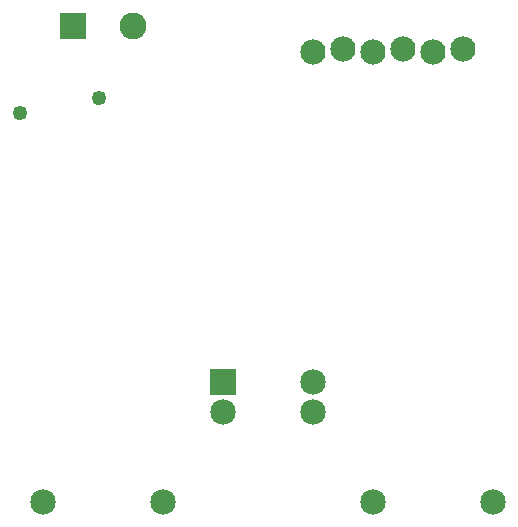
<source format=gbs>
G04 MADE WITH FRITZING*
G04 WWW.FRITZING.ORG*
G04 DOUBLE SIDED*
G04 HOLES PLATED*
G04 CONTOUR ON CENTER OF CONTOUR VECTOR*
%ASAXBY*%
%FSLAX23Y23*%
%MOIN*%
%OFA0B0*%
%SFA1.0B1.0*%
%ADD10C,0.090000*%
%ADD11C,0.085000*%
%ADD12C,0.049370*%
%ADD13C,0.084000*%
%ADD14R,0.090000X0.089986*%
%ADD15R,0.085000X0.085000*%
%LNMASK0*%
G90*
G70*
G54D10*
X237Y1701D03*
X437Y1701D03*
X237Y1701D03*
X437Y1701D03*
G54D11*
X537Y115D03*
X137Y115D03*
X1637Y115D03*
X1237Y115D03*
G54D12*
X60Y1411D03*
X324Y1459D03*
G54D13*
X1537Y1625D03*
X1437Y1615D03*
X1337Y1625D03*
X1237Y1615D03*
X1137Y1625D03*
X1037Y1615D03*
X1537Y1625D03*
X1437Y1615D03*
X1337Y1625D03*
X1237Y1615D03*
X1137Y1625D03*
X1037Y1615D03*
G54D11*
X737Y515D03*
X1037Y515D03*
X737Y415D03*
X1037Y415D03*
G54D14*
X237Y1701D03*
X237Y1701D03*
G54D15*
X737Y515D03*
G04 End of Mask0*
M02*
</source>
